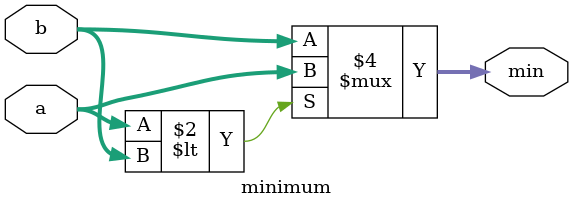
<source format=v>
module minimum(a,b,min);
input [3:0] a,b;
output reg [3:0] min;
always @(a,b)
	begin
		if (a<b) 
			begin
				 min = a;
			end	
		else
			begin
			     min = b;
			end
	end
endmodule
</source>
